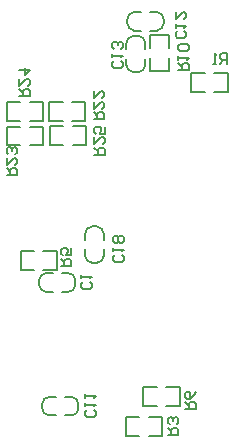
<source format=gbo>
G04*
G04 #@! TF.GenerationSoftware,Altium Limited,Altium Designer,23.5.1 (21)*
G04*
G04 Layer_Color=32896*
%FSLAX44Y44*%
%MOMM*%
G71*
G04*
G04 #@! TF.SameCoordinates,3DE8B106-AB94-4B2A-A5C1-010116C31EDB*
G04*
G04*
G04 #@! TF.FilePolarity,Positive*
G04*
G01*
G75*
%ADD11C,0.2000*%
%ADD15C,0.1778*%
D11*
X1114776Y965332D02*
G03*
X1120776Y959332I6000J-0D01*
G01*
X1120776Y975132D02*
G03*
X1114776Y969132I-0J-6000D01*
G01*
X1145476D02*
G03*
X1139476Y975132I-6000J0D01*
G01*
X1139476Y959332D02*
G03*
X1145476Y965332I0J6000D01*
G01*
X1123818Y924116D02*
G03*
X1129818Y930116I0J6000D01*
G01*
X1114018Y930116D02*
G03*
X1120018Y924116I6000J-0D01*
G01*
Y954816D02*
G03*
X1114018Y948816I0J-6000D01*
G01*
X1129818Y948816D02*
G03*
X1123818Y954816I-6000J0D01*
G01*
X1088766Y762732D02*
G03*
X1094766Y768732I0J6000D01*
G01*
X1078966Y768732D02*
G03*
X1084966Y762732I6000J-0D01*
G01*
Y793432D02*
G03*
X1078966Y787432I0J-6000D01*
G01*
X1094766Y787432D02*
G03*
X1088766Y793432I-6000J0D01*
G01*
X1073340Y643250D02*
G03*
X1067340Y649250I-6000J0D01*
G01*
X1067340Y633450D02*
G03*
X1073340Y639450I0J6000D01*
G01*
X1042640D02*
G03*
X1048640Y633450I6000J0D01*
G01*
X1048640Y649250D02*
G03*
X1042640Y643250I0J-6000D01*
G01*
X1070800Y747898D02*
G03*
X1064800Y753898I-6000J0D01*
G01*
X1064800Y738098D02*
G03*
X1070800Y744098I0J6000D01*
G01*
X1040100D02*
G03*
X1046100Y738098I6000J0D01*
G01*
X1046100Y753898D02*
G03*
X1040100Y747898I0J-6000D01*
G01*
X1113346Y615924D02*
X1124696D01*
X1132696D02*
X1144046D01*
X1113346Y631724D02*
X1124696D01*
X1144046Y615924D02*
Y631724D01*
X1113346Y615924D02*
Y631724D01*
X1132696D02*
X1144046D01*
X1068340Y878612D02*
X1079690D01*
X1048990D02*
X1060340D01*
X1068340Y862812D02*
X1079690D01*
X1048990D02*
Y878612D01*
X1079690Y862812D02*
Y878612D01*
X1048990Y862812D02*
X1060340D01*
X1120776Y975132D02*
X1126126D01*
X1134126Y975132D02*
X1139476D01*
X1134126Y959332D02*
X1139476D01*
X1114776Y965332D02*
Y969132D01*
X1145476Y965332D02*
Y969132D01*
X1120776Y959332D02*
X1126126D01*
X1067926Y898424D02*
X1079276D01*
X1048576D02*
X1059926D01*
X1067926Y882624D02*
X1079276D01*
X1048576D02*
Y898424D01*
X1079276Y882624D02*
Y898424D01*
X1048576Y882624D02*
X1059926D01*
X1032112Y877850D02*
X1043462D01*
X1012762D02*
X1024112D01*
X1032112Y862050D02*
X1043462D01*
X1012762D02*
Y877850D01*
X1043462Y862050D02*
Y877850D01*
X1012762Y862050D02*
X1024112D01*
X1147682Y657378D02*
X1159032D01*
X1128332D02*
X1139682D01*
X1147682Y641578D02*
X1159032D01*
X1128332D02*
Y657378D01*
X1159032Y641578D02*
Y657378D01*
X1128332Y641578D02*
X1139682D01*
X1134248Y944318D02*
Y955668D01*
Y924968D02*
Y936318D01*
X1150048Y944318D02*
Y955668D01*
X1134248Y924968D02*
X1150048D01*
X1134248Y955668D02*
X1150048D01*
Y924968D02*
Y936318D01*
X1114018Y930116D02*
Y935466D01*
X1114018Y943466D02*
Y948816D01*
X1129818Y943466D02*
Y948816D01*
X1120018Y924116D02*
X1123818D01*
X1120018Y954816D02*
X1123818D01*
X1129818Y930116D02*
Y935466D01*
X1168972Y907516D02*
X1180322D01*
X1188322D02*
X1199672D01*
X1168972Y923316D02*
X1180322D01*
X1199672Y907516D02*
Y923316D01*
X1168972Y907516D02*
Y923316D01*
X1188322D02*
X1199672D01*
X1078966Y768732D02*
Y774082D01*
X1078966Y782082D02*
Y787432D01*
X1094766Y782082D02*
Y787432D01*
X1084966Y762732D02*
X1088766D01*
X1084966Y793432D02*
X1088766D01*
X1094766Y768732D02*
Y774082D01*
X1024352Y756894D02*
X1035702D01*
X1043702D02*
X1055052D01*
X1024352Y772694D02*
X1035702D01*
X1055052Y756894D02*
Y772694D01*
X1024352Y756894D02*
Y772694D01*
X1043702D02*
X1055052D01*
X1012668Y882624D02*
X1024018D01*
X1032018D02*
X1043368D01*
X1012668Y898424D02*
X1024018D01*
X1043368Y882624D02*
Y898424D01*
X1012668Y882624D02*
Y898424D01*
X1032018D02*
X1043368D01*
X1061990Y633450D02*
X1067340D01*
X1048640Y633450D02*
X1053990D01*
X1048640Y649250D02*
X1053990D01*
X1073340Y639450D02*
Y643250D01*
X1042640Y639450D02*
Y643250D01*
X1061990Y649250D02*
X1067340D01*
X1059450Y738098D02*
X1064800D01*
X1046100Y738098D02*
X1051450D01*
X1046100Y753898D02*
X1051450D01*
X1070800Y744098D02*
Y747898D01*
X1040100Y744098D02*
Y747898D01*
X1059450Y753898D02*
X1064800D01*
D15*
X1086740Y854290D02*
X1095628D01*
Y858734D01*
X1094146Y860215D01*
X1091184D01*
X1089703Y858734D01*
Y854290D01*
Y857253D02*
X1086740Y860215D01*
Y869102D02*
Y863178D01*
X1092665Y869102D01*
X1094146D01*
X1095628Y867621D01*
Y864659D01*
X1094146Y863178D01*
X1095628Y877990D02*
Y872065D01*
X1091184D01*
X1092665Y875027D01*
Y876508D01*
X1091184Y877990D01*
X1088222D01*
X1086740Y876508D01*
Y873546D01*
X1088222Y872065D01*
X1023240Y903820D02*
X1032128D01*
Y908264D01*
X1030646Y909745D01*
X1027684D01*
X1026203Y908264D01*
Y903820D01*
Y906783D02*
X1023240Y909745D01*
Y918632D02*
Y912708D01*
X1029165Y918632D01*
X1030646D01*
X1032128Y917151D01*
Y914189D01*
X1030646Y912708D01*
X1023240Y926038D02*
X1032128D01*
X1027684Y921595D01*
Y927520D01*
X1012572Y836765D02*
X1021460D01*
Y841208D01*
X1019978Y842689D01*
X1017016D01*
X1015535Y841208D01*
Y836765D01*
Y839727D02*
X1012572Y842689D01*
Y851576D02*
Y845652D01*
X1018497Y851576D01*
X1019978D01*
X1021460Y850095D01*
Y847133D01*
X1019978Y845652D01*
Y854539D02*
X1021460Y856020D01*
Y858982D01*
X1019978Y860463D01*
X1018497D01*
X1017016Y858982D01*
Y857501D01*
Y858982D01*
X1015535Y860463D01*
X1014054D01*
X1012572Y858982D01*
Y856020D01*
X1014054Y854539D01*
X1086232Y884262D02*
X1095120D01*
Y888706D01*
X1093638Y890187D01*
X1090676D01*
X1089195Y888706D01*
Y884262D01*
Y887225D02*
X1086232Y890187D01*
Y899074D02*
Y893150D01*
X1092157Y899074D01*
X1093638D01*
X1095120Y897593D01*
Y894631D01*
X1093638Y893150D01*
X1086232Y907962D02*
Y902037D01*
X1092157Y907962D01*
X1093638D01*
X1095120Y906480D01*
Y903518D01*
X1093638Y902037D01*
X1158023Y925633D02*
X1166910D01*
Y930077D01*
X1165429Y931558D01*
X1162467D01*
X1160985Y930077D01*
Y925633D01*
Y928595D02*
X1158023Y931558D01*
Y934520D02*
Y937483D01*
Y936001D01*
X1166910D01*
X1165429Y934520D01*
Y941926D02*
X1166910Y943407D01*
Y946370D01*
X1165429Y947851D01*
X1159504D01*
X1158023Y946370D01*
Y943407D01*
X1159504Y941926D01*
X1165429D01*
X1163702Y638770D02*
X1172590D01*
Y643214D01*
X1171108Y644695D01*
X1168146D01*
X1166665Y643214D01*
Y638770D01*
Y641732D02*
X1163702Y644695D01*
X1172590Y653582D02*
X1171108Y650620D01*
X1168146Y647657D01*
X1165184D01*
X1163702Y649138D01*
Y652101D01*
X1165184Y653582D01*
X1166665D01*
X1168146Y652101D01*
Y647657D01*
X1058546Y760182D02*
X1067434D01*
Y764626D01*
X1065952Y766107D01*
X1062990D01*
X1061509Y764626D01*
Y760182D01*
Y763144D02*
X1058546Y766107D01*
X1067434Y774994D02*
Y769069D01*
X1062990D01*
X1064471Y772032D01*
Y773513D01*
X1062990Y774994D01*
X1060028D01*
X1058546Y773513D01*
Y770550D01*
X1060028Y769069D01*
X1148970Y616926D02*
X1157858D01*
Y621370D01*
X1156376Y622851D01*
X1153414D01*
X1151933Y621370D01*
Y616926D01*
Y619888D02*
X1148970Y622851D01*
X1156376Y625813D02*
X1157858Y627294D01*
Y630257D01*
X1156376Y631738D01*
X1154895D01*
X1153414Y630257D01*
Y628776D01*
Y630257D01*
X1151933Y631738D01*
X1150452D01*
X1148970Y630257D01*
Y627294D01*
X1150452Y625813D01*
X1199007Y931291D02*
Y940178D01*
X1194563D01*
X1193082Y938697D01*
Y935735D01*
X1194563Y934253D01*
X1199007D01*
X1196045D02*
X1193082Y931291D01*
X1190120D02*
X1187158D01*
X1188639D01*
Y940178D01*
X1190120Y938697D01*
X1110147Y769322D02*
X1111628Y767841D01*
Y764878D01*
X1110147Y763397D01*
X1104222D01*
X1102741Y764878D01*
Y767841D01*
X1104222Y769322D01*
X1102741Y772284D02*
Y775247D01*
Y773765D01*
X1111628D01*
X1110147Y772284D01*
Y779690D02*
X1111628Y781171D01*
Y784134D01*
X1110147Y785615D01*
X1108666D01*
X1107185Y784134D01*
X1105703Y785615D01*
X1104222D01*
X1102741Y784134D01*
Y781171D01*
X1104222Y779690D01*
X1105703D01*
X1107185Y781171D01*
X1108666Y779690D01*
X1110147D01*
X1107185Y781171D02*
Y784134D01*
X1109386Y933600D02*
X1110868Y932119D01*
Y929156D01*
X1109386Y927675D01*
X1103462D01*
X1101980Y929156D01*
Y932119D01*
X1103462Y933600D01*
X1101980Y936562D02*
Y939525D01*
Y938043D01*
X1110868D01*
X1109386Y936562D01*
Y943968D02*
X1110868Y945449D01*
Y948412D01*
X1109386Y949893D01*
X1107905D01*
X1106424Y948412D01*
Y946930D01*
Y948412D01*
X1104943Y949893D01*
X1103462D01*
X1101980Y948412D01*
Y945449D01*
X1103462Y943968D01*
X1162980Y958746D02*
X1164462Y957265D01*
Y954302D01*
X1162980Y952821D01*
X1157056D01*
X1155574Y954302D01*
Y957265D01*
X1157056Y958746D01*
X1155574Y961708D02*
Y964671D01*
Y963189D01*
X1164462D01*
X1162980Y961708D01*
X1155574Y975039D02*
Y969114D01*
X1161499Y975039D01*
X1162980D01*
X1164462Y973558D01*
Y970595D01*
X1162980Y969114D01*
X1086526Y638155D02*
X1088008Y636674D01*
Y633711D01*
X1086526Y632230D01*
X1080602D01*
X1079120Y633711D01*
Y636674D01*
X1080602Y638155D01*
X1079120Y641117D02*
Y644080D01*
Y642599D01*
X1088008D01*
X1086526Y641117D01*
X1079120Y648523D02*
Y651486D01*
Y650005D01*
X1088008D01*
X1086526Y648523D01*
X1082970Y746506D02*
X1084452Y745025D01*
Y742062D01*
X1082970Y740581D01*
X1077046D01*
X1075564Y742062D01*
Y745025D01*
X1077046Y746506D01*
X1075564Y749468D02*
Y752431D01*
Y750949D01*
X1084452D01*
X1082970Y749468D01*
M02*

</source>
